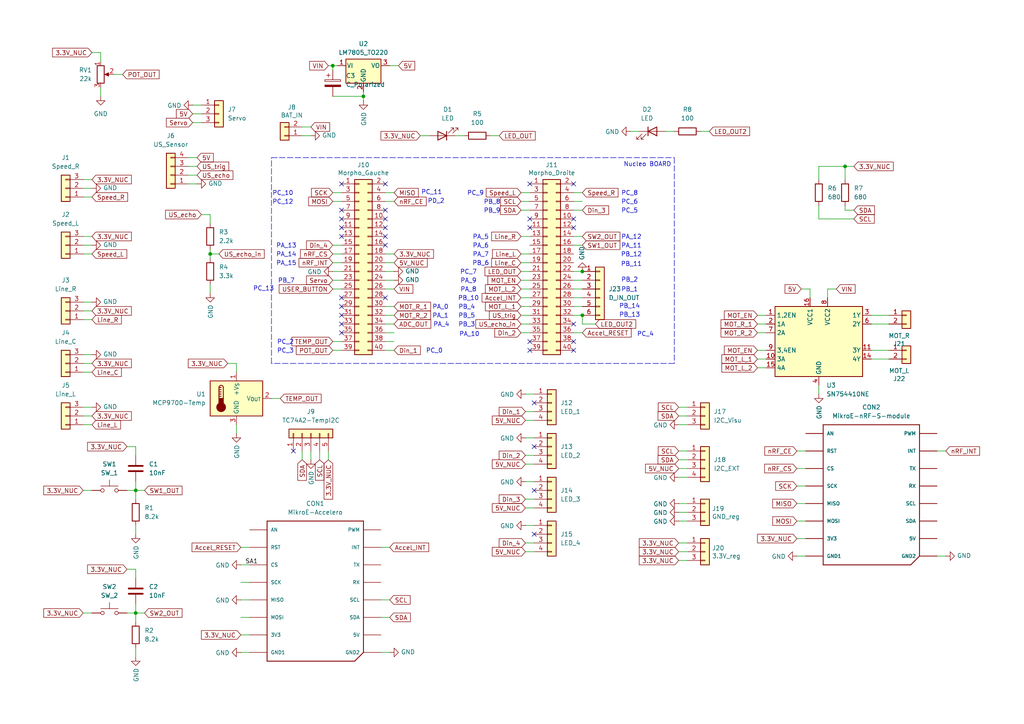
<source format=kicad_sch>
(kicad_sch (version 20231120) (generator "eeschema") (generator_version "8.0")
  (paper "A4")
  (junction (at 105.41 27.94))
  (junction (at 96.52 19.05))
  (junction (at 168.91 78.74))
  (junction (at 245.11 48.26))
  (junction (at 39.37 142.24))
  (junction (at 60.96 73.66))
  (junction (at 168.91 91.44))
  (junction (at 39.37 177.8))
  (no_connect (at 154.94 116.84))
  (no_connect (at 153.67 63.5))
  (no_connect (at 154.94 129.54))
  (no_connect (at 153.67 101.6))
  (no_connect (at 153.67 99.06))
  (no_connect (at 85.09 130.81))
  (no_connect (at 111.76 63.5))
  (no_connect (at 166.37 93.98))
  (no_connect (at 99.06 68.58))
  (no_connect (at 99.06 60.96))
  (no_connect (at 166.37 101.6))
  (no_connect (at 111.76 66.04))
  (no_connect (at 99.06 93.98))
  (no_connect (at 154.94 142.24))
  (no_connect (at 99.06 88.9))
  (no_connect (at 111.76 68.58))
  (no_connect (at 111.76 60.96))
  (no_connect (at 111.76 86.36))
  (no_connect (at 111.76 71.12))
  (no_connect (at 99.06 86.36))
  (no_connect (at 166.37 99.06))
  (no_connect (at 166.37 63.5))
  (no_connect (at 111.76 53.34))
  (no_connect (at 154.94 154.94))
  (no_connect (at 99.06 53.34))
  (no_connect (at 166.37 66.04))
  (no_connect (at 99.06 66.04))
  (no_connect (at 99.06 63.5))
  (no_connect (at 99.06 91.44))
  (no_connect (at 153.67 53.34))
  (no_connect (at 166.37 53.34))
  (no_connect (at 99.06 96.52))
  (no_connect (at 153.67 66.04))
  (wire (pts (xy 219.71 101.6) (xy 222.25 101.6)))
  (wire (pts (xy 247.65 48.26) (xy 245.11 48.26)))
  (wire (pts (xy 231.14 140.97) (xy 233.68 140.97)))
  (wire (pts (xy 231.14 146.05) (xy 233.68 146.05)))
  (wire (pts (xy 152.4 144.78) (xy 154.94 144.78)))
  (wire (pts (xy 96.52 99.06) (xy 99.06 99.06)))
  (wire (pts (xy 151.13 83.82) (xy 153.67 83.82)))
  (wire (pts (xy 24.13 73.66) (xy 26.67 73.66)))
  (wire (pts (xy 24.13 105.41) (xy 26.67 105.41)))
  (wire (pts (xy 92.71 130.81) (xy 92.71 133.35)))
  (wire (pts (xy 231.14 130.81) (xy 233.68 130.81)))
  (wire (pts (xy 114.3 76.2) (xy 111.76 76.2)))
  (wire (pts (xy 196.85 146.05) (xy 199.39 146.05)))
  (wire (pts (xy 196.85 123.19) (xy 199.39 123.19)))
  (wire (pts (xy 69.85 168.91) (xy 72.39 168.91)))
  (wire (pts (xy 142.24 39.37) (xy 144.78 39.37)))
  (wire (pts (xy 68.58 105.41) (xy 68.58 107.95)))
  (wire (pts (xy 69.85 158.75) (xy 72.39 158.75)))
  (wire (pts (xy 24.13 57.15) (xy 26.67 57.15)))
  (wire (pts (xy 196.85 133.35) (xy 199.39 133.35)))
  (wire (pts (xy 36.83 142.24) (xy 39.37 142.24)))
  (wire (pts (xy 151.13 58.42) (xy 153.67 58.42)))
  (wire (pts (xy 166.37 60.96) (xy 168.91 60.96)))
  (wire (pts (xy 111.76 83.82) (xy 114.3 83.82)))
  (wire (pts (xy 151.13 55.88) (xy 153.67 55.88)))
  (wire (pts (xy 24.13 52.07) (xy 26.67 52.07)))
  (wire (pts (xy 24.13 177.8) (xy 26.67 177.8)))
  (wire (pts (xy 219.71 104.14) (xy 222.25 104.14)))
  (wire (pts (xy 26.67 15.24) (xy 29.21 15.24)))
  (wire (pts (xy 24.13 142.24) (xy 26.67 142.24)))
  (wire (pts (xy 252.73 93.98) (xy 257.81 93.98)))
  (wire (pts (xy 111.76 91.44) (xy 114.3 91.44)))
  (wire (pts (xy 152.4 127) (xy 154.94 127)))
  (wire (pts (xy 196.85 135.89) (xy 199.39 135.89)))
  (wire (pts (xy 110.49 179.07) (xy 113.03 179.07)))
  (wire (pts (xy 166.37 83.82) (xy 168.91 83.82)))
  (wire (pts (xy 60.96 73.66) (xy 60.96 74.93)))
  (wire (pts (xy 96.52 101.6) (xy 99.06 101.6)))
  (wire (pts (xy 87.63 130.81) (xy 87.63 133.35)))
  (wire (pts (xy 95.25 130.81) (xy 95.25 133.35)))
  (wire (pts (xy 113.03 19.05) (xy 115.57 19.05)))
  (wire (pts (xy 55.88 35.56) (xy 58.42 35.56)))
  (wire (pts (xy 111.76 81.28) (xy 114.3 81.28)))
  (wire (pts (xy 245.11 48.26) (xy 245.11 52.07)))
  (wire (pts (xy 111.76 73.66) (xy 114.3 73.66)))
  (wire (pts (xy 96.52 78.74) (xy 99.06 78.74)))
  (wire (pts (xy 69.85 184.15) (xy 72.39 184.15)))
  (wire (pts (xy 166.37 78.74) (xy 168.91 78.74)))
  (wire (pts (xy 96.52 73.66) (xy 99.06 73.66)))
  (wire (pts (xy 54.61 53.34) (xy 57.15 53.34)))
  (wire (pts (xy 252.73 104.14) (xy 257.81 104.14)))
  (wire (pts (xy 24.13 107.95) (xy 26.67 107.95)))
  (wire (pts (xy 36.83 177.8) (xy 39.37 177.8)))
  (wire (pts (xy 54.61 48.26) (xy 57.15 48.26)))
  (wire (pts (xy 24.13 71.12) (xy 26.67 71.12)))
  (wire (pts (xy 111.76 93.98) (xy 114.3 93.98)))
  (wire (pts (xy 96.52 83.82) (xy 99.06 83.82)))
  (wire (pts (xy 36.83 129.54) (xy 39.37 129.54)))
  (wire (pts (xy 151.13 86.36) (xy 153.67 86.36)))
  (wire (pts (xy 58.42 62.23) (xy 60.96 62.23)))
  (wire (pts (xy 199.39 162.56) (xy 196.85 162.56)))
  (wire (pts (xy 55.88 33.02) (xy 58.42 33.02)))
  (wire (pts (xy 237.49 63.5) (xy 237.49 59.69)))
  (wire (pts (xy 39.37 177.8) (xy 39.37 180.34)))
  (wire (pts (xy 24.13 68.58) (xy 26.67 68.58)))
  (wire (pts (xy 111.76 78.74) (xy 114.3 78.74)))
  (wire (pts (xy 199.39 148.59) (xy 196.85 148.59)))
  (wire (pts (xy 60.96 82.55) (xy 60.96 85.09)))
  (wire (pts (xy 152.4 157.48) (xy 154.94 157.48)))
  (wire (pts (xy 121.92 39.37) (xy 124.46 39.37)))
  (wire (pts (xy 193.04 38.1) (xy 195.58 38.1)))
  (wire (pts (xy 110.49 158.75) (xy 113.03 158.75)))
  (wire (pts (xy 232.41 83.82) (xy 234.95 83.82)))
  (wire (pts (xy 24.13 87.63) (xy 26.67 87.63)))
  (wire (pts (xy 219.71 93.98) (xy 222.25 93.98)))
  (wire (pts (xy 55.88 30.48) (xy 58.42 30.48)))
  (wire (pts (xy 152.4 134.62) (xy 154.94 134.62)))
  (wire (pts (xy 166.37 71.12) (xy 168.91 71.12)))
  (wire (pts (xy 151.13 81.28) (xy 153.67 81.28)))
  (wire (pts (xy 151.13 96.52) (xy 153.67 96.52)))
  (wire (pts (xy 166.37 81.28) (xy 168.91 81.28)))
  (wire (pts (xy 151.13 91.44) (xy 153.67 91.44)))
  (wire (pts (xy 182.88 38.1) (xy 185.42 38.1)))
  (wire (pts (xy 152.4 152.4) (xy 154.94 152.4)))
  (wire (pts (xy 247.65 63.5) (xy 237.49 63.5)))
  (wire (pts (xy 24.13 102.87) (xy 26.67 102.87)))
  (wire (pts (xy 78.74 115.57) (xy 81.28 115.57)))
  (wire (pts (xy 68.58 123.19) (xy 68.58 125.73)))
  (wire (pts (xy 111.76 55.88) (xy 114.3 55.88)))
  (wire (pts (xy 96.52 76.2) (xy 99.06 76.2)))
  (wire (pts (xy 33.02 21.59) (xy 35.56 21.59)))
  (wire (pts (xy 39.37 129.54) (xy 39.37 132.08)))
  (wire (pts (xy 105.41 27.94) (xy 105.41 29.21)))
  (wire (pts (xy 166.37 55.88) (xy 168.91 55.88)))
  (wire (pts (xy 231.14 135.89) (xy 233.68 135.89)))
  (wire (pts (xy 29.21 25.4) (xy 29.21 27.94)))
  (wire (pts (xy 168.91 93.98) (xy 168.91 91.44)))
  (wire (pts (xy 39.37 152.4) (xy 39.37 154.94)))
  (wire (pts (xy 39.37 187.96) (xy 39.37 190.5)))
  (wire (pts (xy 69.85 189.23) (xy 72.39 189.23)))
  (wire (pts (xy 152.4 160.02) (xy 154.94 160.02)))
  (wire (pts (xy 60.96 62.23) (xy 60.96 64.77)))
  (wire (pts (xy 24.13 54.61) (xy 26.67 54.61)))
  (wire (pts (xy 166.37 58.42) (xy 168.91 58.42)))
  (wire (pts (xy 96.52 58.42) (xy 99.06 58.42)))
  (wire (pts (xy 111.76 96.52) (xy 114.3 96.52)))
  (wire (pts (xy 151.13 68.58) (xy 153.67 68.58)))
  (wire (pts (xy 151.13 76.2) (xy 153.67 76.2)))
  (polyline (pts (xy 78.74 45.72) (xy 195.58 45.72)) (stroke (width 0) (type dash)))
  (wire (pts (xy 152.4 121.92) (xy 154.94 121.92)))
  (wire (pts (xy 24.13 90.17) (xy 26.67 90.17)))
  (wire (pts (xy 152.4 119.38) (xy 154.94 119.38)))
  (wire (pts (xy 54.61 45.72) (xy 57.15 45.72)))
  (wire (pts (xy 60.96 73.66) (xy 63.5 73.66)))
  (wire (pts (xy 151.13 60.96) (xy 153.67 60.96)))
  (wire (pts (xy 196.85 138.43) (xy 199.39 138.43)))
  (wire (pts (xy 39.37 142.24) (xy 39.37 139.7)))
  (wire (pts (xy 152.4 114.3) (xy 154.94 114.3)))
  (wire (pts (xy 237.49 48.26) (xy 237.49 52.07)))
  (wire (pts (xy 231.14 151.13) (xy 233.68 151.13)))
  (wire (pts (xy 39.37 177.8) (xy 41.91 177.8)))
  (wire (pts (xy 271.78 161.29) (xy 274.32 161.29)))
  (wire (pts (xy 199.39 157.48) (xy 196.85 157.48)))
  (wire (pts (xy 96.52 55.88) (xy 99.06 55.88)))
  (wire (pts (xy 151.13 93.98) (xy 153.67 93.98)))
  (wire (pts (xy 69.85 173.99) (xy 72.39 173.99)))
  (wire (pts (xy 96.52 27.94) (xy 105.41 27.94)))
  (wire (pts (xy 36.83 165.1) (xy 39.37 165.1)))
  (wire (pts (xy 111.76 88.9) (xy 114.3 88.9)))
  (wire (pts (xy 219.71 91.44) (xy 222.25 91.44)))
  (wire (pts (xy 24.13 92.71) (xy 26.67 92.71)))
  (wire (pts (xy 152.4 139.7) (xy 154.94 139.7)))
  (wire (pts (xy 132.08 39.37) (xy 134.62 39.37)))
  (wire (pts (xy 245.11 60.96) (xy 245.11 59.69)))
  (wire (pts (xy 60.96 72.39) (xy 60.96 73.66)))
  (wire (pts (xy 111.76 58.42) (xy 114.3 58.42)))
  (wire (pts (xy 24.13 120.65) (xy 26.67 120.65)))
  (wire (pts (xy 196.85 118.11) (xy 199.39 118.11)))
  (wire (pts (xy 247.65 60.96) (xy 245.11 60.96)))
  (wire (pts (xy 152.4 132.08) (xy 154.94 132.08)))
  (wire (pts (xy 231.14 161.29) (xy 233.68 161.29)))
  (wire (pts (xy 234.95 83.82) (xy 234.95 86.36)))
  (wire (pts (xy 240.03 83.82) (xy 240.03 86.36)))
  (wire (pts (xy 95.25 19.05) (xy 96.52 19.05)))
  (wire (pts (xy 24.13 123.19) (xy 26.67 123.19)))
  (wire (pts (xy 29.21 15.24) (xy 29.21 17.78)))
  (wire (pts (xy 96.52 71.12) (xy 99.06 71.12)))
  (wire (pts (xy 151.13 78.74) (xy 153.67 78.74)))
  (wire (pts (xy 166.37 88.9) (xy 168.91 88.9)))
  (wire (pts (xy 66.04 105.41) (xy 68.58 105.41)))
  (wire (pts (xy 237.49 111.76) (xy 237.49 114.3)))
  (wire (pts (xy 96.52 19.05) (xy 96.52 20.32)))
  (wire (pts (xy 110.49 189.23) (xy 113.03 189.23)))
  (wire (pts (xy 24.13 118.11) (xy 26.67 118.11)))
  (wire (pts (xy 252.73 101.6) (xy 257.81 101.6)))
  (wire (pts (xy 242.57 83.82) (xy 240.03 83.82)))
  (wire (pts (xy 54.61 50.8) (xy 57.15 50.8)))
  (wire (pts (xy 87.63 39.37) (xy 90.17 39.37)))
  (wire (pts (xy 69.85 163.83) (xy 72.39 163.83)))
  (wire (pts (xy 203.2 38.1) (xy 205.74 38.1)))
  (wire (pts (xy 219.71 106.68) (xy 222.25 106.68)))
  (wire (pts (xy 151.13 73.66) (xy 153.67 73.66)))
  (wire (pts (xy 271.78 130.81) (xy 274.32 130.81)))
  (wire (pts (xy 111.76 99.06) (xy 114.3 99.06)))
  (polyline (pts (xy 78.74 105.41) (xy 78.74 45.72)) (stroke (width 0) (type dash)))
  (wire (pts (xy 252.73 91.44) (xy 257.81 91.44)))
  (wire (pts (xy 39.37 142.24) (xy 41.91 142.24)))
  (polyline (pts (xy 195.58 45.72) (xy 195.58 105.41)) (stroke (width 0) (type dash)))
  (wire (pts (xy 96.52 19.05) (xy 97.79 19.05)))
  (wire (pts (xy 96.52 81.28) (xy 99.06 81.28)))
  (wire (pts (xy 90.17 130.81) (xy 90.17 133.35)))
  (wire (pts (xy 172.72 93.98) (xy 168.91 93.98)))
  (wire (pts (xy 166.37 86.36) (xy 168.91 86.36)))
  (wire (pts (xy 199.39 151.13) (xy 196.85 151.13)))
  (wire (pts (xy 151.13 88.9) (xy 153.67 88.9)))
  (wire (pts (xy 199.39 160.02) (xy 196.85 160.02)))
  (wire (pts (xy 196.85 120.65) (xy 199.39 120.65)))
  (polyline (pts (xy 195.58 105.41) (xy 78.74 105.41)) (stroke (width 0) (type dash)))
  (wire (pts (xy 87.63 36.83) (xy 90.17 36.83)))
  (wire (pts (xy 111.76 101.6) (xy 114.3 101.6)))
  (wire (pts (xy 105.41 26.67) (xy 105.41 27.94)))
  (wire (pts (xy 110.49 173.99) (xy 113.03 173.99)))
  (wire (pts (xy 245.11 48.26) (xy 237.49 48.26)))
  (wire (pts (xy 166.37 91.44) (xy 168.91 91.44)))
  (wire (pts (xy 166.37 96.52) (xy 168.91 96.52)))
  (wire (pts (xy 39.37 142.24) (xy 39.37 144.78)))
  (wire (pts (xy 219.71 96.52) (xy 222.25 96.52)))
  (wire (pts (xy 39.37 165.1) (xy 39.37 167.64)))
  (wire (pts (xy 152.4 147.32) (xy 154.94 147.32)))
  (wire (pts (xy 39.37 177.8) (xy 39.37 175.26)))
  (wire (pts (xy 196.85 130.81) (xy 199.39 130.81)))
  (wire (pts (xy 69.85 179.07) (xy 72.39 179.07)))
  (wire (pts (xy 231.14 156.21) (xy 233.68 156.21)))
  (wire (pts (xy 166.37 68.58) (xy 168.91 68.58)))
  (text "PA_12" (at 183.134 68.834 0) (effects (font (size 1.27 1.27))))
  (text "PA_0\n" (at 127.762 89.154 0) (effects (font (size 1.27 1.27))))
  (text "PC_2" (at 82.804 99.314 0) (effects (font (size 1.27 1.27))))
  (text "PA_9" (at 135.89 81.534 0) (effects (font (size 1.27 1.27))))
  (text "PA_4" (at 128.016 94.234 0) (effects (font (size 1.27 1.27))))
  (text "PB_8" (at 142.748 58.674 0) (effects (font (size 1.27 1.27))))
  (text "PA_7" (at 139.446 73.914 0) (effects (font (size 1.27 1.27))))
  (text "PA_10" (at 136.144 97.028 0) (effects (font (size 1.27 1.27))))
  (text "PC_8" (at 182.626 56.134 0) (effects (font (size 1.27 1.27))))
  (text "PC_11" (at 125.222 55.88 0) (effects (font (size 1.27 1.27))))
  (text "PB_3\n\n" (at 135.382 95.25 0) (effects (font (size 1.27 1.27))))
  (text "PA_5" (at 139.446 68.834 0) (effects (font (size 1.27 1.27))))
  (text "PB_13" (at 182.626 91.44 0) (effects (font (size 1.27 1.27))))
  (text "PA_14" (at 83.058 73.914 0) (effects (font (size 1.27 1.27))))
  (text "PB_11" (at 183.134 76.708 0) (effects (font (size 1.27 1.27))))
  (text "PC_7" (at 135.89 78.994 0) (effects (font (size 1.27 1.27))))
  (text "PB_9" (at 142.748 61.214 0) (effects (font (size 1.27 1.27))))
  (text "PB_4" (at 135.382 89.154 0) (effects (font (size 1.27 1.27))))
  (text "PC_9" (at 137.922 56.134 0) (effects (font (size 1.27 1.27))))
  (text "PC_5" (at 182.626 61.214 0) (effects (font (size 1.27 1.27))))
  (text "PB_2" (at 182.626 81.28 0) (effects (font (size 1.27 1.27))))
  (text "PC_12" (at 82.042 58.674 0) (effects (font (size 1.27 1.27))))
  (text "PB_14" (at 182.626 88.9 0) (effects (font (size 1.27 1.27))))
  (text "PB_10" (at 135.89 86.614 0) (effects (font (size 1.27 1.27))))
  (text "PC_13" (at 76.454 83.82 0) (effects (font (size 1.27 1.27))))
  (text "PD_2" (at 126.492 58.42 0) (effects (font (size 1.27 1.27))))
  (text "PA_1" (at 127.762 91.694 0) (effects (font (size 1.27 1.27))))
  (text "PA_15" (at 83.058 76.454 0) (effects (font (size 1.27 1.27))))
  (text "PC_10" (at 82.042 56.134 0) (effects (font (size 1.27 1.27))))
  (text "PA_11" (at 183.134 71.374 0) (effects (font (size 1.27 1.27))))
  (text "PA_8" (at 135.89 84.074 0) (effects (font (size 1.27 1.27))))
  (text "PC_4" (at 187.198 97.028 0) (effects (font (size 1.27 1.27))))
  (text "PA_6" (at 139.446 71.374 0) (effects (font (size 1.27 1.27))))
  (text "PA_13" (at 83.058 71.374 0) (effects (font (size 1.27 1.27))))
  (text "PB_7" (at 83.058 81.534 0) (effects (font (size 1.27 1.27))))
  (text "Nucleo BOARD" (at 180.848 48.514 0) (effects (font (size 1.27 1.27)) (justify left bottom)))
  (text "PB_12" (at 183.134 73.914 0) (effects (font (size 1.27 1.27))))
  (text "PC_0" (at 125.984 101.854 0) (effects (font (size 1.27 1.27))))
  (text "PC_3" (at 82.804 101.854 0) (effects (font (size 1.27 1.27))))
  (text "PB_1\n" (at 182.626 84.074 0) (effects (font (size 1.27 1.27))))
  (text "PB_6" (at 139.446 76.454 0) (effects (font (size 1.27 1.27))))
  (text "PC_6" (at 182.626 58.674 0) (effects (font (size 1.27 1.27))))
  (text "PB_5\n\n" (at 135.382 92.71 0) (effects (font (size 1.27 1.27))))
  (label "SA1" (at 71.12 163.83 0))
  (global_label "US_echo" (shape input) (at 57.15 50.8 0) (property "Intersheetrefs" "${INTERSHEET_REFS}" (effects (hide yes))))
  (global_label "5V" (shape input) (at 232.41 83.82 180) (property "Intersheetrefs" "${INTERSHEET_REFS}" (effects (hide yes))))
  (global_label "MOT_L_1" (shape input) (at 151.13 88.9 180) (property "Intersheetrefs" "${INTERSHEET_REFS}" (effects (hide yes))))
  (global_label "Din_3" (shape input) (at 168.91 60.96 0) (property "Intersheetrefs" "${INTERSHEET_REFS}" (effects (hide yes))))
  (global_label "5V" (shape input) (at 57.15 45.72 0) (property "Intersheetrefs" "${INTERSHEET_REFS}" (effects (hide yes))))
  (global_label "Speed_R" (shape input) (at 26.67 57.15 0) (property "Intersheetrefs" "${INTERSHEET_REFS}" (effects (hide yes))))
  (global_label "SCK" (shape input) (at 96.52 55.88 180) (property "Intersheetrefs" "${INTERSHEET_REFS}" (effects (hide yes))))
  (global_label "LED_OUT2" (shape input) (at 172.72 93.98 0) (property "Intersheetrefs" "${INTERSHEET_REFS}" (effects (hide yes))))
  (global_label "USER_BUTTON" (shape input) (at 96.52 83.82 180) (property "Intersheetrefs" "${INTERSHEET_REFS}" (effects (hide yes))))
  (global_label "SCL" (shape input) (at 247.65 63.5 0) (property "Intersheetrefs" "${INTERSHEET_REFS}" (effects (hide yes))))
  (global_label "Accel_RESET" (shape input) (at 168.91 96.52 0) (property "Intersheetrefs" "${INTERSHEET_REFS}" (effects (hide yes))))
  (global_label "Servo" (shape input) (at 96.52 81.28 180) (property "Intersheetrefs" "${INTERSHEET_REFS}" (effects (hide yes))))
  (global_label "3.3V_NUC" (shape input) (at 36.83 165.1 180) (property "Intersheetrefs" "${INTERSHEET_REFS}" (effects (hide yes))))
  (global_label "US_trig" (shape input) (at 151.13 91.44 180) (property "Intersheetrefs" "${INTERSHEET_REFS}" (effects (hide yes))))
  (global_label "Line_L" (shape input) (at 151.13 73.66 180) (property "Intersheetrefs" "${INTERSHEET_REFS}" (effects (hide yes))))
  (global_label "VIN" (shape input) (at 90.17 36.83 0) (property "Intersheetrefs" "${INTERSHEET_REFS}" (effects (hide yes))))
  (global_label "SW2_OUT" (shape input) (at 41.91 177.8 0) (property "Intersheetrefs" "${INTERSHEET_REFS}" (effects (hide yes))))
  (global_label "MISO" (shape input) (at 114.3 55.88 0) (property "Intersheetrefs" "${INTERSHEET_REFS}" (effects (hide yes))))
  (global_label "MOT_EN" (shape input) (at 219.71 91.44 180) (property "Intersheetrefs" "${INTERSHEET_REFS}" (effects (hide yes))))
  (global_label "SW1_OUT" (shape input) (at 41.91 142.24 0) (property "Intersheetrefs" "${INTERSHEET_REFS}" (effects (hide yes))))
  (global_label "5V_NUC" (shape input) (at 152.4 121.92 180) (property "Intersheetrefs" "${INTERSHEET_REFS}" (effects (hide yes))))
  (global_label "SDA" (shape input) (at 196.85 133.35 180) (property "Intersheetrefs" "${INTERSHEET_REFS}" (effects (hide yes))))
  (global_label "MOT_R_2" (shape input) (at 114.3 91.44 0) (property "Intersheetrefs" "${INTERSHEET_REFS}" (effects (hide yes))))
  (global_label "Servo" (shape input) (at 55.88 35.56 180) (property "Intersheetrefs" "${INTERSHEET_REFS}" (effects (hide yes))))
  (global_label "MOT_R_1" (shape input) (at 219.71 93.98 180) (property "Intersheetrefs" "${INTERSHEET_REFS}" (effects (hide yes))))
  (global_label "MOT_R_2" (shape input) (at 219.71 96.52 180) (property "Intersheetrefs" "${INTERSHEET_REFS}" (effects (hide yes))))
  (global_label "LED_OUT" (shape input) (at 144.78 39.37 0) (property "Intersheetrefs" "${INTERSHEET_REFS}" (effects (hide yes))))
  (global_label "SCL" (shape input) (at 196.85 118.11 180) (property "Intersheetrefs" "${INTERSHEET_REFS}" (effects (hide yes))))
  (global_label "3.3V_NUC" (shape input) (at 95.25 133.35 270) (property "Intersheetrefs" "${INTERSHEET_REFS}" (effects (hide yes))))
  (global_label "SCL" (shape input) (at 113.03 173.99 0) (property "Intersheetrefs" "${INTERSHEET_REFS}" (effects (hide yes))))
  (global_label "ADC_OUT" (shape input) (at 114.3 93.98 0) (property "Intersheetrefs" "${INTERSHEET_REFS}" (effects (hide yes))))
  (global_label "MOSI" (shape input) (at 231.14 151.13 180) (property "Intersheetrefs" "${INTERSHEET_REFS}" (effects (hide yes))))
  (global_label "Speed_R" (shape input) (at 168.91 55.88 0) (property "Intersheetrefs" "${INTERSHEET_REFS}" (effects (hide yes))))
  (global_label "3.3V_NUC" (shape input) (at 36.83 129.54 180) (property "Intersheetrefs" "${INTERSHEET_REFS}" (effects (hide yes))))
  (global_label "3.3V_NUC" (shape input) (at 26.67 120.65 0) (property "Intersheetrefs" "${INTERSHEET_REFS}" (effects (hide yes))))
  (global_label "5V" (shape input) (at 55.88 33.02 180) (property "Intersheetrefs" "${INTERSHEET_REFS}" (effects (hide yes))))
  (global_label "Din_1" (shape input) (at 152.4 119.38 180) (property "Intersheetrefs" "${INTERSHEET_REFS}" (effects (hide yes))))
  (global_label "MOT_L_2" (shape input) (at 219.71 106.68 180) (property "Intersheetrefs" "${INTERSHEET_REFS}" (effects (hide yes))))
  (global_label "POT_OUT" (shape input) (at 35.56 21.59 0) (property "Intersheetrefs" "${INTERSHEET_REFS}" (effects (hide yes))))
  (global_label "SCL" (shape input) (at 151.13 58.42 180) (property "Intersheetrefs" "${INTERSHEET_REFS}" (effects (hide yes))))
  (global_label "3.3V_NUC" (shape input) (at 114.3 73.66 0) (property "Intersheetrefs" "${INTERSHEET_REFS}" (effects (hide yes))))
  (global_label "Line_C" (shape input) (at 151.13 76.2 180) (property "Intersheetrefs" "${INTERSHEET_REFS}" (effects (hide yes))))
  (global_label "SDA" (shape input) (at 87.63 133.35 270) (property "Intersheetrefs" "${INTERSHEET_REFS}" (effects (hide yes))))
  (global_label "Din_3" (shape input) (at 152.4 144.78 180) (property "Intersheetrefs" "${INTERSHEET_REFS}" (effects (hide yes))))
  (global_label "nRF_CS" (shape input) (at 96.52 73.66 180) (property "Intersheetrefs" "${INTERSHEET_REFS}" (effects (hide yes))))
  (global_label "3.3V_NUC" (shape input) (at 121.92 39.37 180) (property "Intersheetrefs" "${INTERSHEET_REFS}" (effects (hide yes))))
  (global_label "3.3V_NUC" (shape input) (at 69.85 184.15 180) (property "Intersheetrefs" "${INTERSHEET_REFS}" (effects (hide yes))))
  (global_label "Line_C" (shape input) (at 26.67 107.95 0) (property "Intersheetrefs" "${INTERSHEET_REFS}" (effects (hide yes))))
  (global_label "Din_1" (shape input) (at 114.3 101.6 0) (property "Intersheetrefs" "${INTERSHEET_REFS}" (effects (hide yes))))
  (global_label "US_echo_in" (shape input) (at 151.13 93.98 180) (property "Intersheetrefs" "${INTERSHEET_REFS}" (effects (hide yes))))
  (global_label "VIN" (shape input) (at 95.25 19.05 180) (property "Intersheetrefs" "${INTERSHEET_REFS}" (effects (hide yes))))
  (global_label "SDA" (shape input) (at 247.65 60.96 0) (property "Intersheetrefs" "${INTERSHEET_REFS}" (effects (hide yes))))
  (global_label "3.3V_NUC" (shape input) (at 247.65 48.26 0) (property "Intersheetrefs" "${INTERSHEET_REFS}" (effects (hide yes))))
  (global_label "3.3V_NUC" (shape input) (at 196.85 157.48 180) (property "Intersheetrefs" "${INTERSHEET_REFS}" (effects (hide yes))))
  (global_label "5V_NUC" (shape input) (at 152.4 160.02 180) (property "Intersheetrefs" "${INTERSHEET_REFS}" (effects (hide yes))))
  (global_label "TEMP_OUT" (shape input) (at 81.28 115.57 0) (property "Intersheetrefs" "${INTERSHEET_REFS}" (effects (hide yes))))
  (global_label "3.3V_NUC" (shape input) (at 26.67 105.41 0) (property "Intersheetrefs" "${INTERSHEET_REFS}" (effects (hide yes))))
  (global_label "LED_OUT" (shape input) (at 151.13 78.74 180) (property "Intersheetrefs" "${INTERSHEET_REFS}" (effects (hide yes))))
  (global_label "5V_NUC" (shape input) (at 152.4 147.32 180) (property "Intersheetrefs" "${INTERSHEET_REFS}" (effects (hide yes))))
  (global_label "Accel_INT" (shape input) (at 113.03 158.75 0) (property "Intersheetrefs" "${INTERSHEET_REFS}" (effects (hide yes))))
  (global_label "Accel_RESET" (shape input) (at 69.85 158.75 180) (property "Intersheetrefs" "${INTERSHEET_REFS}" (effects (hide yes))))
  (global_label "US_trig" (shape input) (at 57.15 48.26 0) (property "Intersheetrefs" "${INTERSHEET_REFS}" (effects (hide yes))))
  (global_label "SDA" (shape input) (at 113.03 179.07 0) (property "Intersheetrefs" "${INTERSHEET_REFS}" (effects (hide yes))))
  (global_label "5V_NUC" (shape input) (at 114.3 76.2 0) (property "Intersheetrefs" "${INTERSHEET_REFS}" (effects (hide yes))))
  (global_label "nRF_INT" (shape input) (at 274.32 130.81 0) (property "Intersheetrefs" "${INTERSHEET_REFS}" (effects (hide yes))))
  (global_label "Din_4" (shape input) (at 96.52 71.12 180) (property "Intersheetrefs" "${INTERSHEET_REFS}" (effects (hide yes))))
  (global_label "Speed_L" (shape input) (at 151.13 55.88 180) (property "Intersheetrefs" "${INTERSHEET_REFS}" (effects (hide yes))))
  (global_label "SCL" (shape input) (at 92.71 133.35 270) (property "Intersheetrefs" "${INTERSHEET_REFS}" (effects (hide yes))))
  (global_label "MOT_L_2" (shape input) (at 151.13 83.82 180) (property "Intersheetrefs" "${INTERSHEET_REFS}" (effects (hide yes))))
  (global_label "Line_L" (shape input) (at 26.67 123.19 0) (property "Intersheetrefs" "${INTERSHEET_REFS}" (effects (hide yes))))
  (global_label "3.3V_NUC" (shape input) (at 26.67 68.58 0) (property "Intersheetrefs" "${INTERSHEET_REFS}" (effects (hide yes))))
  (global_label "nRF_CS" (shape input) (at 231.14 135.89 180) (property "Intersheetrefs" "${INTERSHEET_REFS}" (effects (hide yes))))
  (global_label "SCK" (shape input) (at 231.14 140.97 180) (property "Intersheetrefs" "${INTERSHEET_REFS}" (effects (hide yes))))
  (global_label "3.3V_NUC" (shape input) (at 196.85 160.02 180) (property "Intersheetrefs" "${INTERSHEET_REFS}" (effects (hide yes))))
  (global_label "TEMP_OUT" (shape input) (at 96.52 99.06 180) (property "Intersheetrefs" "${INTERSHEET_REFS}" (effects (hide yes))))
  (global_label "3.3V_NUC" (shape input) (at 24.13 142.24 180) (property "Intersheetrefs" "${INTERSHEET_REFS}" (effects (hide yes))))
  (global_label "SDA" (shape input) (at 151.13 60.96 180) (property "Intersheetrefs" "${INTERSHEET_REFS}" (effects (hide yes))))
  (global_label "MISO" (shape input) (at 231.14 146.05 180) (property "Intersheetrefs" "${INTERSHEET_REFS}" (effects (hide yes))))
  (global_label "POT_OUT" (shape input) (at 96.52 101.6 180) (property "Intersheetrefs" "${INTERSHEET_REFS}" (effects (hide yes))))
  (global_label "MOSI" (shape input) (at 96.52 58.42 180) (property "Intersheetrefs" "${INTERSHEET_REFS}" (effects (hide yes))))
  (global_label "MOT_R_1" (shape input) (at 114.3 88.9 0) (property "Intersheetrefs" "${INTERSHEET_REFS}" (effects (hide yes))))
  (global_label "VIN" (shape input) (at 242.57 83.82 0) (property "Intersheetrefs" "${INTERSHEET_REFS}" (effects (hide yes))))
  (global_label "Din_2" (shape input) (at 152.4 132.08 180) (property "Intersheetrefs" "${INTERSHEET_REFS}" (effects (hide yes))))
  (global_label "SDA" (shape input) (at 196.85 120.65 180) (property "Intersheetrefs" "${INTERSHEET_REFS}" (effects (hide yes))))
  (global_label "Line_R" (shape input) (at 151.13 68.58 180) (property "Intersheetrefs" "${INTERSHEET_REFS}" (effects (hide yes))))
  (global_label "US_echo" (shape input) (at 58.42 62.23 180) (property "Intersheetrefs" "${INTERSHEET_REFS}" (effects (hide yes))))
  (global_label "Line_R" (shape input) (at 26.67 92.71 0) (property "Intersheetrefs" "${INTERSHEET_REFS}" (effects (hide yes))))
  (global_label "nRF_CE" (shape input) (at 231.14 130.81 180) (property "Intersheetrefs" "${INTERSHEET_REFS}" (effects (hide yes))))
  (global_label "Din_2" (shape input) (at 151.13 96.52 180) (property "Intersheetrefs" "${INTERSHEET_REFS}" (effects (hide yes))))
  (global_label "nRF_CE" (shape input) (at 114.3 58.42 0) (property "Intersheetrefs" "${INTERSHEET_REFS}" (effects (hide yes))))
  (global_label "5V_NUC" (shape input) (at 152.4 134.62 180) (property "Intersheetrefs" "${INTERSHEET_REFS}" (effects (hide yes))))
  (global_label "SW1_OUT" (shape input) (at 168.91 71.12 0) (property "Intersheetrefs" "${INTERSHEET_REFS}" (effects (hide yes))))
  (global_label "Speed_L" (shape input) (at 26.67 73.66 0) (property "Intersheetrefs" "${INTERSHEET_REFS}" (effects (hide yes))))
  (global_label "Accel_INT" (shape input) (at 151.13 86.36 180) (property "Intersheetrefs" "${INTERSHEET_REFS}" (effects (hide yes))))
  (global_label "5V_NUC" (shape input) (at 196.85 135.89 180) (property "Intersheetrefs" "${INTERSHEET_REFS}" (effects (hide yes))))
  (global_label "3.3V_NUC" (shape input) (at 26.67 15.24 180) (property "Intersheetrefs" "${INTERSHEET_REFS}" (effects (hide yes))))
  (global_label "nRF_INT" (shape input) (at 96.52 76.2 180) (property "Intersheetrefs" "${INTERSHEET_REFS}" (effects (hide yes))))
  (global_label "US_echo_in" (shape input) (at 63.5 73.66 0) (property "Intersheetrefs" "${INTERSHEET_REFS}" (effects (hide yes))))
  (global_label "SW2_OUT" (shape input) (at 168.91 68.58 0) (property "Intersheetrefs" "${INTERSHEET_REFS}" (effects (hide yes))))
  (global_label "3.3V_NUC" (shape input) (at 26.67 90.17 0) (property "Intersheetrefs" "${INTERSHEET_REFS}" (effects (hide yes))))
  (global_label "3.3V_NUC" (shape input) (at 26.67 52.07 0) (property "Intersheetrefs" "${INTERSHEET_REFS}" (effects (hide yes))))
  (global_label "3.3V_NUC" (shape input) (at 231.14 156.21 180) (property "Intersheetrefs" "${INTERSHEET_REFS}" (effects (hide yes))))
  (global_label "3.3V_NUC" (shape input) (at 24.13 177.8 180) (property "Intersheetrefs" "${INTERSHEET_REFS}" (effects (hide yes))))
  (global_label "MOT_L_1" (shape input) (at 219.71 104.14 180) (property "Intersheetrefs" "${INTERSHEET_REFS}" (effects (hide yes))))
  (global_label "Din_4" (shape input) (at 152.4 157.48 180) (property "Intersheetrefs" "${INTERSHEET_REFS}" (effects (hide yes))))
  (global_label "SCL" (shape input) (at 196.85 130.81 180) (property "Intersheetrefs" "${INTERSHEET_REFS}" (effects (hide yes))))
  (global_label "3.3V_NUC" (shape input) (at 66.04 105.41 180) (property "Intersheetrefs" "${INTERSHEET_REFS}" (effects (hide yes))))
  (global_label "3.3V_NUC" (shape input) (at 196.85 162.56 180) (property "Intersheetrefs" "${INTERSHEET_REFS}" (effects (hide yes))))
  (global_label "5V" (shape input) (at 115.57 19.05 0) (property "Intersheetrefs" "${INTERSHEET_REFS}" (effects (hide yes))))
  (global_label "MOT_EN" (shape input) (at 219.71 101.6 180) (property "Intersheetrefs" "${INTERSHEET_REFS}" (effects (hide yes))))
  (global_label "LED_OUT2" (shape input) (at 205.74 38.1 0) (property "Intersheetrefs" "${INTERSHEET_REFS}" (effects (hide yes))))
  (global_label "VIN" (shape input) (at 114.3 83.82 0) (property "Intersheetrefs" "${INTERSHEET_REFS}" (effects (hide yes))))
  (global_label "MOT_EN" (shape input) (at 151.13 81.28 180) (property "Intersheetrefs" "${INTERSHEET_REFS}" (effects (hide yes))))
  (symbol (lib_id "Connector_Generic:Conn_01x02") (at 82.55 39.37 180) (unit 1)
    (property "Reference" "J8" (at 84.6328 31.115 0))
    (property "Value" "BAT_IN" (at 84.6328 33.4264 0))
    (property "Footprint" "TerminalBlock_Phoenix:TerminalBlock_Phoenix_MKDS-3-2-5.08_1x02_P5.08mm_Horizontal" (effects (hide yes)))
  )
  (symbol (lib_id "power:GND") (at 90.17 39.37 90) (unit 1)
    (property "Reference" "#PWR014" (effects (hide yes)))
    (property "Value" "GND" (at 93.4212 39.243 90) (effects (justify right)))
  )
  (symbol (lib_id "Connector_Generic:Conn_02x20_Odd_Even") (at 104.14 76.2 0) (unit 1)
    (property "Reference" "J10" (at 105.41 47.8282 0))
    (property "Value" "Morpho_Gauche" (at 105.41 50.1396 0))
    (property "Footprint" "Connector_PinHeader_2.54mm:PinHeader_2x20_P2.54mm_Vertical" (effects (hide yes)))
  )
  (symbol (lib_id "Connector_Generic:Conn_02x20_Odd_Even") (at 158.75 76.2 0) (unit 1)
    (property "Reference" "J11" (at 160.02 47.8282 0))
    (property "Value" "Morpho_Droite" (at 160.02 50.1396 0))
    (property "Footprint" "Connector_PinHeader_2.54mm:PinHeader_2x20_P2.54mm_Vertical" (effects (hide yes)))
  )
  (symbol (lib_id "power:GND") (at 96.52 78.74 270) (unit 1)
    (property "Reference" "#PWR016" (effects (hide yes)))
    (property "Value" "GND" (at 93.2688 78.867 90) (effects (justify right)))
  )
  (symbol (lib_id "power:GND") (at 114.3 78.74 90) (unit 1)
    (property "Reference" "#PWR019" (effects (hide yes)))
    (property "Value" "GND" (at 117.5512 78.613 90) (effects (justify right)))
  )
  (symbol (lib_id "power:GND") (at 114.3 81.28 90) (unit 1)
    (property "Reference" "#PWR020" (effects (hide yes)))
    (property "Value" "GND" (at 117.5512 81.153 90) (effects (justify right)))
  )
  (symbol (lib_id "power:GND") (at 168.91 78.74 180) (unit 1)
    (property "Reference" "#PWR025" (effects (hide yes)))
    (property "Value" "GND" (at 168.783 75.4888 90) (effects (justify right)))
  )
  (symbol (lib_id "Connector_Generic:Conn_01x03") (at 204.47 160.02 0) (unit 1)
    (property "Reference" "J20" (at 206.502 158.9532 0) (effects (justify left)))
    (property "Value" "3.3V_reg" (at 206.502 161.2646 0) (effects (justify left)))
    (property "Footprint" "Connector_PinHeader_2.54mm:PinHeader_1x03_P2.54mm_Vertical" (effects (hide yes)))
  )
  (symbol (lib_id "Connector_Generic:Conn_01x03") (at 204.47 148.59 0) (unit 1)
    (property "Reference" "J19" (at 206.502 147.5232 0) (effects (justify left)))
    (property "Value" "GND_reg" (at 206.502 149.8346 0) (effects (justify left)))
    (property "Footprint" "Connector_PinHeader_2.54mm:PinHeader_1x03_P2.54mm_Vertical" (effects (hide yes)))
  )
  (symbol (lib_id "power:GND") (at 196.85 151.13 270) (unit 1)
    (property "Reference" "#PWR030" (effects (hide yes)))
    (property "Value" "GND" (at 193.5988 151.257 90) (effects (justify right)))
  )
  (symbol (lib_id "power:GND") (at 196.85 148.59 270) (unit 1)
    (property "Reference" "#PWR029" (effects (hide yes)))
    (property "Value" "GND" (at 193.5988 148.717 90) (effects (justify right)))
  )
  (symbol (lib_id "power:GND") (at 196.85 146.05 270) (unit 1)
    (property "Reference" "#PWR028" (effects (hide yes)))
    (property "Value" "GND" (at 193.5988 146.177 90) (effects (justify right)))
  )
  (symbol (lib_id "power:GND") (at 60.96 85.09 0) (unit 1)
    (property "Reference" "#PWR011" (effects (hide yes)))
    (property "Value" "GND" (at 61.087 88.3412 90) (effects (justify right)))
  )
  (symbol (lib_id "Device:C_Polarized") (at 96.52 24.13 0) (unit 1)
    (property "Reference" "C3" (at 100.33 21.9709 0) (effects (justify left)))
    (property "Value" "C_Polarized" (at 100.33 24.5109 0) (effects (justify left)))
    (property "Footprint" "Capacitor_THT:CP_Radial_D6.3mm_P2.50mm" (effects (hide yes)))
    (property "Description" "Polarized capacitor" (effects (hide yes)))
  )
  (symbol (lib_id "Connector_Generic:Conn_01x02") (at 262.89 101.6 0) (unit 1)
    (property "Reference" "J22" (at 260.8072 109.855 0))
    (property "Value" "MOT_L" (at 260.8072 107.5436 0))
    (property "Footprint" "TerminalBlock_Phoenix:TerminalBlock_Phoenix_MKDS-3-2-5.08_1x02_P5.08mm_Horizontal" (effects (hide yes)))
  )
  (symbol (lib_id "Connector_Generic:Conn_01x03") (at 19.05 120.65 180) (unit 1)
    (property "Reference" "J5" (at 19.05 111.76 0))
    (property "Value" "Line_L" (at 19.05 114.3 0))
    (property "Footprint" "Connector_PinSocket_2.54mm:PinSocket_1x03_P2.54mm_Horizontal" (effects (hide yes)))
    (property "Description" "Generic connector, single row, 01x03, script generated (kicad-library-utils/schlib/autogen/connector/)" (effects (hide yes)))
  )
  (symbol (lib_id "mikroBUS:MIKROBUS_MODULE_CONN") (at 77.47 191.77 0) (unit 1)
    (property "Reference" "CON1" (at 91.44 146.05 0))
    (property "Value" "MikroE-Accelero" (at 91.44 148.59 0))
    (property "Footprint" "mikroE:MIKROBUS_MODULE_CONN" (effects (hide yes)))
    (property "Description" "MikroBUS module connector" (effects (hide yes)))
  )
  (symbol (lib_id "Connector_Generic:Conn_01x03") (at 204.47 120.65 0) (unit 1)
    (property "Reference" "J17" (at 207.01 119.3799 0) (effects (justify left)))
    (property "Value" "I2C_Visu" (at 207.01 121.9199 0) (effects (justify left)))
    (property "Footprint" "Connector_PinSocket_2.54mm:PinSocket_1x03_P2.54mm_Vertical" (effects (hide yes)))
    (property "Description" "Generic connector, single row, 01x03, script generated (kicad-library-utils/schlib/autogen/connector/)" (effects (hide yes)))
  )
  (symbol (lib_id "Connector_Generic:Conn_01x02") (at 262.89 91.44 0) (unit 1)
    (property "Reference" "J21" (at 260.8072 99.695 0))
    (property "Value" "MOT_R" (at 260.8072 97.3836 0))
    (property "Footprint" "TerminalBlock_Phoenix:TerminalBlock_Phoenix_MKDS-3-2-5.08_1x02_P5.08mm_Horizontal" (effects (hide yes)))
  )
  (symbol (lib_id "power:GND") (at 105.41 29.21 0) (unit 1)
    (property "Reference" "#PWR017" (effects (hide yes)))
    (property "Value" "GND" (at 105.537 32.4612 90) (effects (justify right)))
  )
  (symbol (lib_id "Connector_Generic:Conn_01x04") (at 49.53 50.8 180) (unit 1)
    (property "Reference" "J6" (at 49.53 39.37 0))
    (property "Value" "US_Sensor" (at 49.53 41.91 0))
    (property "Footprint" "Connector_PinSocket_2.54mm:PinSocket_1x04_P2.54mm_Vertical" (effects (hide yes)))
    (property "Description" "Generic connector, single row, 01x04, script generated (kicad-library-utils/schlib/autogen/connector/)" (effects (hide yes)))
  )
  (symbol (lib_id "power:GND") (at 152.4 114.3 270) (unit 1)
    (property "Reference" "#PWR021" (effects (hide yes)))
    (property "Value" "GND" (at 149.1488 114.427 90) (effects (justify right)))
  )
  (symbol (lib_id "Device:R") (at 60.96 68.58 180) (unit 1)
    (property "Reference" "R3" (at 63.5 67.3099 0) (effects (justify right)))
    (property "Value" "2.2k" (at 63.5 69.8499 0) (effects (justify right)))
    (property "Footprint" "Resistor_THT:R_Axial_DIN0207_L6.3mm_D2.5mm_P10.16mm_Horizontal" (effects (hide yes)))
    (property "Description" "Resistor" (effects (hide yes)))
  )
  (symbol (lib_id "Connector_Generic:Conn_01x03") (at 19.05 54.61 180) (unit 1)
    (property "Reference" "J1" (at 19.05 45.72 0))
    (property "Value" "Speed_R" (at 19.05 48.26 0))
    (property "Footprint" "Connector_PinSocket_2.54mm:PinSocket_1x03_P2.54mm_Horizontal" (effects (hide yes)))
    (property "Description" "Generic connector, single row, 01x03, script generated (kicad-library-utils/schlib/autogen/connector/)" (effects (hide yes)))
  )
  (symbol (lib_id "power:GND") (at 90.17 133.35 0) (unit 1)
    (property "Reference" "#PWR015" (effects (hide yes)))
    (property "Value" "GND" (at 90.297 136.6012 90) (effects (justify right)))
  )
  (symbol (lib_id "Connector_Generic:Conn_01x04") (at 160.02 142.24 0) (unit 1)
    (property "Reference" "J14" (at 162.56 142.2399 0) (effects (justify left)))
    (property "Value" "LED_3" (at 162.56 144.7799 0) (effects (justify left)))
    (property "Footprint" "Connector_PinSocket_2.54mm:PinSocket_1x04_P2.54mm_Horizontal" (effects (hide yes)))
    (property "Description" "Generic connector, single row, 01x04, script generated (kicad-library-utils/schlib/autogen/connector/)" (effects (hide yes)))
  )
  (symbol (lib_id "Device:LED") (at 189.23 38.1 0) (unit 1)
    (property "Reference" "D2" (at 187.6425 31.75 0))
    (property "Value" "LED" (at 187.6425 34.29 0))
    (property "Footprint" "LED_THT:LED_D3.0mm_Clear" (effects (hide yes)))
    (property "Description" "Light emitting diode" (effects (hide yes)))
  )
  (symbol (lib_id "Device:R") (at 39.37 184.15 0) (unit 1)
    (property "Reference" "R2" (at 41.91 182.8799 0) (effects (justify left)))
    (property "Value" "8.2k" (at 41.91 185.4199 0) (effects (justify left)))
    (property "Footprint" "Resistor_THT:R_Axial_DIN0207_L6.3mm_D2.5mm_P10.16mm_Horizontal" (effects (hide yes)))
    (property "Description" "Resistor" (effects (hide yes)))
  )
  (symbol (lib_id "power:GND") (at 196.85 123.19 270) (unit 1)
    (property "Reference" "#PWR026" (effects (hide yes)))
    (property "Value" "GND" (at 193.5988 123.317 90) (effects (justify right)))
  )
  (symbol (lib_id "Connector_Generic:Conn_01x03") (at 63.5 33.02 0) (unit 1)
    (property "Reference" "J7" (at 66.04 31.7499 0) (effects (justify left)))
    (property "Value" "Servo" (at 66.04 34.2899 0) (effects (justify left)))
    (property "Footprint" "Connector_PinSocket_2.54mm:PinSocket_1x03_P2.54mm_Horizontal" (effects (hide yes)))
    (property "Description" "Generic connector, single row, 01x03, script generated (kicad-library-utils/schlib/autogen/connector/)" (effects (hide yes)))
  )
  (symbol (lib_id "power:GND") (at 68.58 125.73 0) (unit 1)
    (property "Reference" "#PWR012" (effects (hide yes)))
    (property "Value" "GND" (at 68.707 128.9812 90) (effects (justify right)))
  )
  (symbol (lib_id "power:GND") (at 55.88 30.48 270) (unit 1)
    (property "Reference" "#PWR09" (effects (hide yes)))
    (property "Value" "GND" (at 52.6288 30.607 90) (effects (justify right)))
  )
  (symbol (lib_id "Connector_Generic:Conn_01x03") (at 19.05 71.12 180) (unit 1)
    (property "Reference" "J2" (at 19.05 62.23 0))
    (property "Value" "Speed_L" (at 19.05 64.77 0))
    (property "Footprint" "Connector_PinSocket_2.54mm:PinSocket_1x03_P2.54mm_Horizontal" (effects (hide yes)))
    (property "Description" "Generic connector, single row, 01x03, script generated (kicad-library-utils/schlib/autogen/connector/)" (effects (hide yes)))
  )
  (symbol (lib_id "power:GND") (at 39.37 154.94 0) (unit 1)
    (property "Reference" "#PWR07" (effects (hide yes)))
    (property "Value" "GND" (at 39.497 158.1912 90) (effects (justify right)))
  )
  (symbol (lib_id "power:GND") (at 26.67 87.63 90) (unit 1)
    (property "Reference" "#PWR03" (effects (hide yes)))
    (property "Value" "GND" (at 29.9212 87.503 90) (effects (justify right)))
  )
  (symbol (lib_id "power:GND") (at 26.67 71.12 90) (unit 1)
    (property "Reference" "#PWR02" (effects (hide yes)))
    (property "Value" "GND" (at 29.9212 70.993 90) (effects (justify right)))
  )
  (symbol (lib_id "power:GND") (at 26.67 102.87 90) (unit 1)
    (property "Reference" "#PWR04" (effects (hide yes)))
    (property "Value" "GND" (at 29.9212 102.743 90) (effects (justify right)))
  )
  (symbol (lib_id "power:GND") (at 274.32 161.29 90) (unit 1)
    (property "Reference" "#PWR033" (effects (hide yes)))
    (property "Value" "GND" (at 277.5712 161.163 90) (effects (justify right)))
  )
  (symbol (lib_id "Device:R_Potentiometer") (at 29.21 21.59 0) (unit 1)
    (property "Reference" "RV1" (at 26.67 20.3199 0) (effects (justify right)))
    (property "Value" "22k" (at 26.67 22.8599 0) (effects (justify right)))
    (property "Footprint" "Potentiometer_THT:Potentiometer_Bourns_3386P_Vertical" (effects (hide yes)))
    (property "Description" "Potentiometer" (effects (hide yes)))
  )
  (symbol (lib_id "Connector_Generic:Conn_01x04") (at 160.02 116.84 0) (unit 1)
    (property "Reference" "J12" (at 162.56 116.8399 0) (effects (justify left)))
    (property "Value" "LED_1" (at 162.56 119.3799 0) (effects (justify left)))
    (property "Footprint" "Connector_PinSocket_2.54mm:PinSocket_1x04_P2.54mm_Horizontal" (effects (hide yes)))
    (property "Description" "Generic connector, single row, 01x04, script generated (kicad-library-utils/schlib/autogen/connector/)" (effects (hide yes)))
  )
  (symbol (lib_id "Device:R") (at 199.39 38.1 90) (unit 1)
    (property "Reference" "R8" (at 199.39 31.75 90))
    (property "Value" "100" (at 199.39 34.29 90))
    (property "Footprint" "Resistor_THT:R_Axial_DIN0207_L6.3mm_D2.5mm_P10.16mm_Horizontal" (effects (hide yes)))
    (property "Description" "Resistor" (effects (hide yes)))
  )
  (symbol (lib_id "power:GND") (at 26.67 118.11 90) (unit 1)
    (property "Reference" "#PWR05" (effects (hide yes)))
    (property "Value" "GND" (at 29.9212 117.983 90) (effects (justify right)))
  )
  (symbol (lib_id "Device:C") (at 39.37 171.45 0) (unit 1)
    (property "Reference" "C2" (at 43.18 170.1799 0) (effects (justify left)))
    (property "Value" "10nF" (at 43.18 172.7199 0) (effects (justify left)))
    (property "Footprint" "Capacitor_THT:C_Rect_L7.0mm_W3.5mm_P5.00mm" (effects (hide yes)))
    (property "Description" "Unpolarized capacitor" (effects (hide yes)))
  )
  (symbol (lib_id "power:GND") (at 196.85 138.43 270) (unit 1)
    (property "Reference" "#PWR027" (effects (hide yes)))
    (property "Value" "GND" (at 193.5988 138.557 90) (effects (justify right)))
  )
  (symbol (lib_id "Device:R") (at 245.11 55.88 0) (unit 1)
    (property "Reference" "R7" (at 247.65 54.6099 0) (effects (justify left)))
    (property "Value" "680" (at 247.65 57.1499 0) (effects (justify left)))
    (property "Footprint" "Resistor_THT:R_Axial_DIN0207_L6.3mm_D2.5mm_P10.16mm_Horizontal" (effects (hide yes)))
    (property "Description" "Resistor" (effects (hide yes)))
  )
  (symbol (lib_id "Connector_Generic:Conn_01x04") (at 160.02 129.54 0) (unit 1)
    (property "Reference" "J13" (at 162.56 129.5399 0) (effects (justify left)))
    (property "Value" "LED_2" (at 162.56 132.0799 0) (effects (justify left)))
    (property "Footprint" "Connector_PinSocket_2.54mm:PinSocket_1x04_P2.54mm_Horizontal" (effects (hide yes)))
    (property "Description" "Generic connector, single row, 01x04, script generated (kicad-library-utils/schlib/autogen/connector/)" (effects (hide yes)))
  )
  (symbol (lib_id "power:GND") (at 57.15 53.34 90) (unit 1)
    (property "Reference" "#PWR010" (effects (hide yes)))
    (property "Value" "GND" (at 60.4012 53.213 90) (effects (justify right)))
  )
  (symbol (lib_id "power:GND") (at 237.49 114.3 0) (unit 1)
    (property "Reference" "#PWR032" (effects (hide yes)))
    (property "Value" "GND" (at 237.617 117.5512 90) (effects (justify right)))
  )
  (symbol (lib_id "Device:C") (at 39.37 135.89 0) (unit 1)
    (property "Reference" "C1" (at 43.18 134.6199 0) (effects (justify left)))
    (property "Value" "10nF" (at 43.18 137.1599 0) (effects (justify left)))
    (property "Footprint" "Capacitor_THT:C_Rect_L7.0mm_W3.5mm_P5.00mm" (effects (hide yes)))
    (property "Description" "Unpolarized capacitor" (effects (hide yes)))
  )
  (symbol (lib_id "Device:R") (at 138.43 39.37 90) (unit 1)
    (property "Reference" "R5" (at 138.43 33.02 90))
    (property "Value" "100" (at 138.43 35.56 90))
    (property "Footprint" "Resistor_THT:R_Axial_DIN0207_L6.3mm_D2.5mm_P10.16mm_Horizontal" (effects (hide yes)))
    (property "Description" "Resistor" (effects (hide yes)))
  )
  (symbol (lib_id "Device:R") (at 237.49 55.88 0) (unit 1)
    (property "Reference" "R6" (at 240.03 54.6099 0) (effects (justify left)))
    (property "Value" "680" (at 240.03 57.1499 0) (effects (justify left)))
    (property "Footprint" "Resistor_THT:R_Axial_DIN0207_L6.3mm_D2.5mm_P10.16mm_Horizontal" (effects (hide yes)))
    (property "Description" "Resistor" (effects (hide yes)))
  )
  (symbol (lib_id "power:GND") (at 29.21 27.94 0) (unit 1)
    (property "Reference" "#PWR06" (effects (hide yes)))
    (property "Value" "GND" (at 29.21 33.02 0))
    (property "Description" "Power symbol creates a global label with name \"GND\" , ground" (effects (hide yes)))
  )
  (symbol (lib_id "power:GND") (at 69.85 189.23 270) (unit 1)
    (property "Reference" "#PWR013" (effects (hide yes)))
    (property "Value" "GND" (at 66.5988 189.357 90) (effects (justify right)))
  )
  (symbol (lib_id "Device:LED") (at 128.27 39.37 180) (unit 1)
    (property "Reference" "D1" (at 129.8575 31.75 0))
    (property "Value" "LED" (at 129.8575 34.29 0))
    (property "Footprint" "LED_THT:LED_D3.0mm_Clear" (effects (hide yes)))
    (property "Description" "Light emitting diode" (effects (hide yes)))
  )
  (symbol (lib_id "Sensor_Temperature:LM35-LP") (at 68.58 115.57 0) (unit 1)
    (property "Reference" "U1" (at 59.69 114.2999 0) (effects (justify right)))
    (property "Value" "MCP9700-Temp" (at 59.69 116.8399 0) (effects (justify right)))
    (property "Footprint" "Package_TO_SOT_THT:TO-92_Inline" (effects (hide yes)))
    (property "Datasheet" "http://www.ti.com/lit/ds/symlink/lm35.pdf" (effects (hide yes)))
    (property "Description" "Precision centigrade temperature sensor, TO-92" (effects (hide yes)))
  )
  (symbol (lib_id "Connector_Generic:Conn_01x06") (at 173.99 83.82 0) (unit 1)
    (property "Reference" "J23" (at 176.53 83.8199 0) (effects (justify left)))
    (property "Value" "D_IN_OUT" (at 176.53 86.3599 0) (effects (justify left)))
    (property "Footprint" "Connector_PinSocket_2.54mm:PinSocket_1x06_P2.54mm_Vertical" (effects (hide yes)))
    (property "Description" "Generic connector, single row, 01x06, script generated (kicad-library-utils/schlib/autogen/connector/)" (effects (hide yes)))
  )
  (symbol (lib_id "Device:R") (at 60.96 78.74 180) (unit 1)
    (property "Reference" "R4" (at 63.5 77.4699 0) (effects (justify right)))
    (property "Value" "3.3k" (at 63.5 80.0099 0) (effects (justify right)))
    (property "Footprint" "Resistor_THT:R_Axial_DIN0207_L6.3mm_D2.5mm_P10.16mm_Horizontal" (effects (hide yes)))
    (property "Description" "Resistor" (effects (hide yes)))
  )
  (symbol (lib_id "Connector_Generic:Conn_01x04") (at 160.02 154.94 0) (unit 1)
    (property "Reference" "J15" (at 162.56 154.9399 0) (effects (justify left)))
    (property "Value" "LED_4" (at 162.56 157.4799 0) (effects (justify left)))
    (property "Footprint" "Connector_PinSocket_2.54mm:PinSocket_1x04_P2.54mm_Horizontal" (effects (hide yes)))
    (property "Description" "Generic connector, single row, 01x04, script generated (kicad-library-utils/schlib/autogen/connector/)" (effects (hide yes)))
  )
  (symbol (lib_id "power:GND") (at 152.4 127 270) (unit 1)
    (property "Reference" "#PWR022" (effects (hide yes)))
    (property "Value" "GND" (at 149.1488 127.127 90) (effects (justify right)))
  )
  (symbol (lib_id "power:GND") (at 39.37 190.5 0) (unit 1)
    (property "Reference" "#PWR08" (effects (hide yes)))
    (property "Value" "GND" (at 39.497 193.7512 90) (effects (justify right)))
  )
  (symbol (lib_id "Connector_Generic:Conn_01x03") (at 19.05 105.41 180) (unit 1)
    (property "Reference" "J4" (at 19.05 96.52 0))
    (property "Value" "Line_C" (at 19.05 99.06 0))
    (property "Footprint" "Connector_PinSocket_2.54mm:PinSocket_1x03_P2.54mm_Horizontal" (effects (hide yes)))
    (property "Description" "Generic connector, single row, 01x03, script generated (kicad-library-utils/schlib/autogen/connector/)" (effects (hide yes)))
  )
  (symbol (lib_id "power:GND") (at 152.4 139.7 270) (unit 1)
    (property "Reference" "#PWR023" (effects (hide yes)))
    (property "Value" "GND" (at 149.1488 139.827 90) (effects (justify right)))
  )
  (symbol (lib_id "Device:R") (at 39.37 148.59 0) (unit 1)
    (property "Reference" "R1" (at 41.91 147.3199 0) (effects (justify left)))
    (property "Value" "8.2k" (at 41.91 149.8599 0) (effects (justify left)))
    (property "Footprint" "Resistor_THT:R_Axial_DIN0207_L6.3mm_D2.5mm_P10.16mm_Horizontal" (effects (hide yes)))
    (property "Description" "Resistor" (effects (hide yes)))
  )
  (symbol (lib_id "power:GND") (at 69.85 163.83 270) (unit 1)
    (property "Reference" "#PWR036" (effects (hide yes)))
    (property "Value" "GND" (at 66.5988 163.957 90) (effects (justify right)))
  )
  (symbol (lib_id "mikroBUS:MIKROBUS_MODULE_CONN") (at 238.76 163.83 0) (unit 1)
    (property "Reference" "CON2" (at 252.73 118.11 0))
    (property "Value" "MikroE-nRF-S-module" (at 252.73 120.65 0))
    (property "Footprint" "mikroE:MIKROBUS_MODULE_CONN" (effects (hide yes)))
    (property "Description" "MikroBUS module connector" (effects (hide yes)))
  )
  (symbol (lib_id "power:GND") (at 69.85 173.99 270) (unit 1)
    (property "Reference" "#PWR035" (effects (hide yes)))
    (property "Value" "GND" (at 66.5988 174.117 90) (effects (justify right)))
  )
  (symbol (lib_id "power:GND") (at 26.67 54.61 90) (unit 1)
    (property "Reference" "#PWR01" (effects (hide yes)))
    (property "Value" "GND" (at 29.9212 54.483 90) (effects (justify right)))
  )
  (symbol (lib_id "power:GND") (at 182.88 38.1 270) (unit 1)
    (property "Reference" "#PWR034" (effects (hide yes)))
    (property "Value" "GND" (at 179.6288 38.227 90) (effects (justify right)))
  )
  (symbol (lib_id "Connector_Generic:Conn_01x04") (at 204.47 133.35 0) (unit 1)
    (property "Reference" "J18" (at 207.01 133.3499 0) (effects (justify left)))
    (property "Value" "I2C_EXT" (at 207.01 135.8899 0) (effects (justify left)))
    (property "Footprint" "Connector_PinSocket_2.54mm:PinSocket_1x04_P2.54mm_Vertical" (effects (hide yes)))
    (property "Description" "Generic connector, single row, 01x04, script generated (kicad-library-utils/schlib/autogen/connector/)" (effects (hide yes)))
  )
  (symbol (lib_id "Connector_Generic:Conn_01x03") (at 19.05 90.17 180) (unit 1)
    (property "Reference" "J3" (at 19.05 81.28 0))
    (property "Value" "Line_R" (at 19.05 83.82 0))
    (property "Footprint" "Connector_PinSocket_2.54mm:PinSocket_1x03_P2.54mm_Horizontal" (effects (hide yes)))
    (property "Description" "Generic connector, single row, 01x03, script generated (kicad-library-utils/schlib/autogen/connector/)" (effects (hide yes)))
  )
  (symbol (lib_id "Switch:SW_Push") (at 31.75 177.8 0) (unit 1)
    (property "Reference" "SW2" (at 31.75 170.18 0))
    (property "Value" "SW_2" (at 31.75 172.72 0))
    (property "Footprint" "LEnsE:Switch" (effects (hide yes)))
    (property "Description" "Push button switch, generic, two pins" (effects (hide yes)))
  )
  (symbol (lib_id "power:GND") (at 113.03 189.23 90) (unit 1)
    (property "Reference" "#PWR018" (effects (hide yes)))
    (property "Value" "GND" (at 116.2812 189.103 90) (effects (justify right)))
  )
  (symbol (lib_id "Driver_Motor:SN754410NE") (at 237.49 99.06 0) (unit 1)
    (property "Reference" "U3" (at 239.6841 111.76 0) (effects (justify left)))
    (property "Value" "SN754410NE" (at 239.6841 114.3 0) (effects (justify left)))
    (property "Footprint" "Package_DIP:DIP-16_W7.62mm" (effects (hide yes)))
    (property "Datasheet" "https://www.ti.com/lit/ds/symlink/sn754410.pdf" (effects (hide yes)))
    (property "Description" "Quadruple Half-H Driver, DIP-16" (effects (hide yes)))
  )
  (symbol (lib_id "power:GND") (at 152.4 152.4 270) (unit 1)
    (property "Reference" "#PWR024" (effects (hide yes)))
    (property "Value" "GND" (at 149.1488 152.527 90) (effects (justify right)))
  )
  (symbol (lib_id "Switch:SW_Push") (at 31.75 142.24 0) (unit 1)
    (property "Reference" "SW1" (at 31.75 134.62 0))
    (property "Value" "SW_1" (at 31.75 137.16 0))
    (property "Footprint" "LEnsE:Switch" (effects (hide yes)))
    (property "Description" "Push button switch, generic, two pins" (effects (hide yes)))
  )
  (symbol (lib_id "Regulator_Linear:LM7805_TO220") (at 105.41 19.05 0) (unit 1)
    (property "Reference" "U2" (at 105.41 12.7 0))
    (property "Value" "LM7805_TO220" (at 105.41 15.24 0))
    (property "Footprint" "Package_TO_SOT_THT:TO-220-3_Vertical" (effects (hide yes)))
    (property "Datasheet" "https://www.onsemi.cn/PowerSolutions/document/MC7800-D.PDF" (effects (hide yes)))
    (property "Description" "Positive 1A 35V Linear Regulator, Fixed Output 5V, TO-220" (effects (hide yes)))
  )
  (symbol (lib_id "power:GND") (at 231.14 161.29 270) (unit 1)
    (property "Reference" "#PWR031" (effects (hide yes)))
    (property "Value" "GND" (at 227.8888 161.417 90) (effects (justify right)))
  )
  (symbol (lib_id "Connector_Generic:Conn_01x05") (at 90.17 125.73 90) (unit 1)
    (property "Reference" "J9" (at 90.17 119.38 90))
    (property "Value" "TC74A2-TempI2C" (at 90.17 121.92 90))
    (property "Footprint" "Package_TO_SOT_THT:TO-220-5_Vertical" (effects (hide yes)))
    (property "Description" "Generic connector, single row, 01x05, script generated (kicad-library-utils/schlib/autogen/connector/)" (effects (hide yes)))
  )
)
</source>
